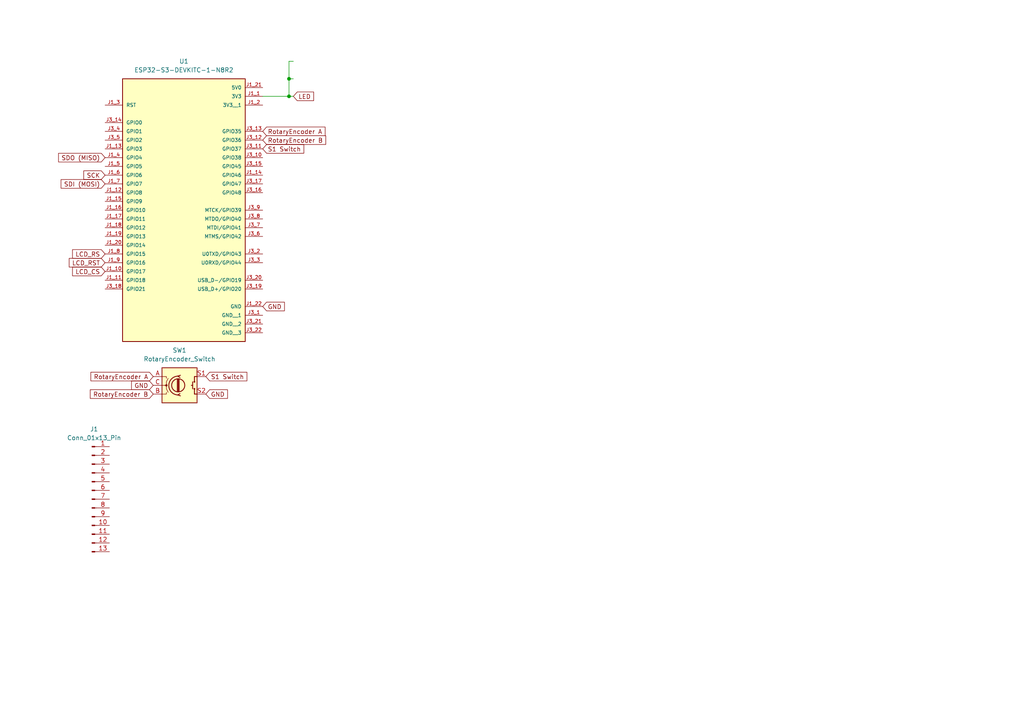
<source format=kicad_sch>
(kicad_sch (version 20231120) (generator "eeschema") (generator_version "8.0")
  (paper "A4")
  (lib_symbols
    (symbol "Connector:Conn_01x13_Pin" (pin_names (offset 1.016) hide)
      (property "Reference" "J" (at 0 17.78 0))
      (property "Value" "Conn_01x13_Pin" (at 0 -17.78 0))
      (symbol "Conn_01x13_Pin_1_1"
        (polyline (pts (xy 1.27 -15.24) (xy 0.8636 -15.24)) (stroke (width 0.1524)))
        (polyline (pts (xy 1.27 -12.7) (xy 0.8636 -12.7)) (stroke (width 0.1524)))
        (polyline (pts (xy 1.27 -10.16) (xy 0.8636 -10.16)) (stroke (width 0.1524)))
        (polyline (pts (xy 1.27 -7.62) (xy 0.8636 -7.62)) (stroke (width 0.1524)))
        (polyline (pts (xy 1.27 -5.08) (xy 0.8636 -5.08)) (stroke (width 0.1524)))
        (polyline (pts (xy 1.27 -2.54) (xy 0.8636 -2.54)) (stroke (width 0.1524)))
        (polyline (pts (xy 1.27 0) (xy 0.8636 0)) (stroke (width 0.1524)))
        (polyline (pts (xy 1.27 2.54) (xy 0.8636 2.54)) (stroke (width 0.1524)))
        (polyline (pts (xy 1.27 5.08) (xy 0.8636 5.08)) (stroke (width 0.1524)))
        (polyline (pts (xy 1.27 7.62) (xy 0.8636 7.62)) (stroke (width 0.1524)))
        (polyline (pts (xy 1.27 10.16) (xy 0.8636 10.16)) (stroke (width 0.1524)))
        (polyline (pts (xy 1.27 12.7) (xy 0.8636 12.7)) (stroke (width 0.1524)))
        (polyline (pts (xy 1.27 15.24) (xy 0.8636 15.24)) (stroke (width 0.1524)))
        (rectangle (start 0.8636 -15.113) (end 0 -15.367) (stroke (width 0.1524)) (fill (type outline)))
        (rectangle (start 0.8636 -12.573) (end 0 -12.827) (stroke (width 0.1524)) (fill (type outline)))
        (rectangle (start 0.8636 -10.033) (end 0 -10.287) (stroke (width 0.1524)) (fill (type outline)))
        (rectangle (start 0.8636 -7.493) (end 0 -7.747) (stroke (width 0.1524)) (fill (type outline)))
        (rectangle (start 0.8636 -4.953) (end 0 -5.207) (stroke (width 0.1524)) (fill (type outline)))
        (rectangle (start 0.8636 -2.413) (end 0 -2.667) (stroke (width 0.1524)) (fill (type outline)))
        (rectangle (start 0.8636 0.127) (end 0 -0.127) (stroke (width 0.1524)) (fill (type outline)))
        (rectangle (start 0.8636 2.667) (end 0 2.413) (stroke (width 0.1524)) (fill (type outline)))
        (rectangle (start 0.8636 5.207) (end 0 4.953) (stroke (width 0.1524)) (fill (type outline)))
        (rectangle (start 0.8636 7.747) (end 0 7.493) (stroke (width 0.1524)) (fill (type outline)))
        (rectangle (start 0.8636 10.287) (end 0 10.033) (stroke (width 0.1524)) (fill (type outline)))
        (rectangle (start 0.8636 12.827) (end 0 12.573) (stroke (width 0.1524)) (fill (type outline)))
        (rectangle (start 0.8636 15.367) (end 0 15.113) (stroke (width 0.1524)) (fill (type outline)))
        (pin passive line (at 5.08 15.24 180) (length 3.81) (name "Pin_1") (number "1"))
        (pin passive line (at 5.08 -7.62 180) (length 3.81) (name "Pin_10") (number "10"))
        (pin passive line (at 5.08 -10.16 180) (length 3.81) (name "Pin_11") (number "11"))
        (pin passive line (at 5.08 -12.7 180) (length 3.81) (name "Pin_12") (number "12"))
        (pin passive line (at 5.08 -15.24 180) (length 3.81) (name "Pin_13") (number "13"))
        (pin passive line (at 5.08 12.7 180) (length 3.81) (name "Pin_2") (number "2"))
        (pin passive line (at 5.08 10.16 180) (length 3.81) (name "Pin_3") (number "3"))
        (pin passive line (at 5.08 7.62 180) (length 3.81) (name "Pin_4") (number "4"))
        (pin passive line (at 5.08 5.08 180) (length 3.81) (name "Pin_5") (number "5"))
        (pin passive line (at 5.08 2.54 180) (length 3.81) (name "Pin_6") (number "6"))
        (pin passive line (at 5.08 0 180) (length 3.81) (name "Pin_7") (number "7"))
        (pin passive line (at 5.08 -2.54 180) (length 3.81) (name "Pin_8") (number "8"))
        (pin passive line (at 5.08 -5.08 180) (length 3.81) (name "Pin_9") (number "9"))
      )
    )
    (symbol "Device:RotaryEncoder_Switch" (pin_names (offset 0.254) hide)
      (property "Reference" "SW" (at 0 6.604 0))
      (property "Value" "RotaryEncoder_Switch" (at 0 -6.604 0))
      (symbol "RotaryEncoder_Switch_0_1"
        (rectangle (start -5.08 5.08) (end 5.08 -5.08) (stroke (width 0.254)) (fill (type background)))
        (circle (center -3.81 0) (radius 0.254) (fill (type outline)))
        (circle (center -0.381 0) (radius 1.905) (stroke (width 0.254)))
        (arc (start -0.381 2.667) (mid -3.0988 -0.0635) (end -0.381 -2.794) (stroke (width 0.254)))
        (polyline (pts (xy -0.635 -1.778) (xy -0.635 1.778)) (stroke (width 0.254)))
        (polyline (pts (xy -0.381 -1.778) (xy -0.381 1.778)) (stroke (width 0.254)))
        (polyline (pts (xy -0.127 1.778) (xy -0.127 -1.778)) (stroke (width 0.254)))
        (polyline (pts (xy 3.81 0) (xy 3.429 0)) (stroke (width 0.254)))
        (polyline (pts (xy 3.81 1.016) (xy 3.81 -1.016)) (stroke (width 0.254)))
        (polyline (pts (xy -5.08 -2.54) (xy -3.81 -2.54) (xy -3.81 -2.032)))
        (polyline (pts (xy -5.08 2.54) (xy -3.81 2.54) (xy -3.81 2.032)))
        (polyline (pts (xy 0.254 -3.048) (xy -0.508 -2.794) (xy 0.127 -2.413)) (stroke (width 0.254)))
        (polyline (pts (xy 0.254 2.921) (xy -0.508 2.667) (xy 0.127 2.286)) (stroke (width 0.254)))
        (polyline (pts (xy 5.08 -2.54) (xy 4.318 -2.54) (xy 4.318 -1.016)) (stroke (width 0.254)))
        (polyline (pts (xy 5.08 2.54) (xy 4.318 2.54) (xy 4.318 1.016)) (stroke (width 0.254)))
        (polyline (pts (xy -5.08 0) (xy -3.81 0) (xy -3.81 -1.016) (xy -3.302 -2.032)))
        (polyline (pts (xy -4.318 0) (xy -3.81 0) (xy -3.81 1.016) (xy -3.302 2.032)))
        (circle (center 4.318 -1.016) (radius 0.127) (stroke (width 0.254)))
        (circle (center 4.318 1.016) (radius 0.127) (stroke (width 0.254)))
      )
      (symbol "RotaryEncoder_Switch_1_1"
        (pin passive line (at -7.62 2.54 0) (length 2.54) (name "A") (number "A"))
        (pin passive line (at -7.62 -2.54 0) (length 2.54) (name "B") (number "B"))
        (pin passive line (at -7.62 0 0) (length 2.54) (name "C") (number "C"))
        (pin passive line (at 7.62 2.54 180) (length 2.54) (name "S1") (number "S1"))
        (pin passive line (at 7.62 -2.54 180) (length 2.54) (name "S2") (number "S2"))
      )
    )
    (symbol "ESP32-S3-DEVKITC-1-N8R2:ESP32-S3-DEVKITC-1-N8R2" (pin_names (offset 1.016))
      (property "Reference" "U" (at -17.78 35.56 0))
      (property "Value" "ESP32-S3-DEVKITC-1-N8R2" (at -17.78 -45.72 0))
      (symbol "ESP32-S3-DEVKITC-1-N8R2_0_0"
        (rectangle (start -17.78 -43.18) (end 17.78 33.02) (stroke (width 0.254)) (fill (type background)))
        (pin power_in line (at 22.86 27.94 180) (length 5.08) (name "3V3") (number "J1_1"))
        (pin bidirectional line (at -22.86 -22.86 0) (length 5.08) (name "GPIO17") (number "J1_10"))
        (pin bidirectional line (at -22.86 -25.4 0) (length 5.08) (name "GPIO18") (number "J1_11"))
        (pin bidirectional line (at -22.86 0 0) (length 5.08) (name "GPIO8") (number "J1_12"))
        (pin bidirectional line (at -22.86 12.7 0) (length 5.08) (name "GPIO3") (number "J1_13"))
        (pin bidirectional line (at 22.86 5.08 180) (length 5.08) (name "GPIO46") (number "J1_14"))
        (pin bidirectional line (at -22.86 -2.54 0) (length 5.08) (name "GPIO9") (number "J1_15"))
        (pin bidirectional line (at -22.86 -5.08 0) (length 5.08) (name "GPIO10") (number "J1_16"))
        (pin bidirectional line (at -22.86 -7.62 0) (length 5.08) (name "GPIO11") (number "J1_17"))
        (pin bidirectional line (at -22.86 -10.16 0) (length 5.08) (name "GPIO12") (number "J1_18"))
        (pin bidirectional line (at -22.86 -12.7 0) (length 5.08) (name "GPIO13") (number "J1_19"))
        (pin power_in line (at 22.86 25.4 180) (length 5.08) (name "3V3__1") (number "J1_2"))
        (pin bidirectional line (at -22.86 -15.24 0) (length 5.08) (name "GPIO14") (number "J1_20"))
        (pin power_in line (at 22.86 30.48 180) (length 5.08) (name "5V0") (number "J1_21"))
        (pin power_in line (at 22.86 -33.02 180) (length 5.08) (name "GND") (number "J1_22"))
        (pin input line (at -22.86 25.4 0) (length 5.08) (name "RST") (number "J1_3"))
        (pin bidirectional line (at -22.86 10.16 0) (length 5.08) (name "GPIO4") (number "J1_4"))
        (pin bidirectional line (at -22.86 7.62 0) (length 5.08) (name "GPIO5") (number "J1_5"))
        (pin bidirectional line (at -22.86 5.08 0) (length 5.08) (name "GPIO6") (number "J1_6"))
        (pin bidirectional line (at -22.86 2.54 0) (length 5.08) (name "GPIO7") (number "J1_7"))
        (pin bidirectional line (at -22.86 -17.78 0) (length 5.08) (name "GPIO15") (number "J1_8"))
        (pin bidirectional line (at -22.86 -20.32 0) (length 5.08) (name "GPIO16") (number "J1_9"))
        (pin power_in line (at 22.86 -35.56 180) (length 5.08) (name "GND__1") (number "J3_1"))
        (pin bidirectional line (at 22.86 10.16 180) (length 5.08) (name "GPIO38") (number "J3_10"))
        (pin bidirectional line (at 22.86 12.7 180) (length 5.08) (name "GPIO37") (number "J3_11"))
        (pin bidirectional line (at 22.86 15.24 180) (length 5.08) (name "GPIO36") (number "J3_12"))
        (pin bidirectional line (at 22.86 17.78 180) (length 5.08) (name "GPIO35") (number "J3_13"))
        (pin bidirectional line (at -22.86 20.32 0) (length 5.08) (name "GPIO0") (number "J3_14"))
        (pin bidirectional line (at 22.86 7.62 180) (length 5.08) (name "GPIO45") (number "J3_15"))
        (pin bidirectional line (at 22.86 0 180) (length 5.08) (name "GPIO48") (number "J3_16"))
        (pin bidirectional line (at 22.86 2.54 180) (length 5.08) (name "GPIO47") (number "J3_17"))
        (pin bidirectional line (at -22.86 -27.94 0) (length 5.08) (name "GPIO21") (number "J3_18"))
        (pin bidirectional line (at 22.86 -27.94 180) (length 5.08) (name "USB_D+/GPIO20") (number "J3_19"))
        (pin bidirectional line (at 22.86 -17.78 180) (length 5.08) (name "U0TXD/GPIO43") (number "J3_2"))
        (pin bidirectional line (at 22.86 -25.4 180) (length 5.08) (name "USB_D-/GPIO19") (number "J3_20"))
        (pin power_in line (at 22.86 -38.1 180) (length 5.08) (name "GND__2") (number "J3_21"))
        (pin power_in line (at 22.86 -40.64 180) (length 5.08) (name "GND__3") (number "J3_22"))
        (pin bidirectional line (at 22.86 -20.32 180) (length 5.08) (name "U0RXD/GPIO44") (number "J3_3"))
        (pin bidirectional line (at -22.86 17.78 0) (length 5.08) (name "GPIO1") (number "J3_4"))
        (pin bidirectional line (at -22.86 15.24 0) (length 5.08) (name "GPIO2") (number "J3_5"))
        (pin bidirectional line (at 22.86 -12.7 180) (length 5.08) (name "MTMS/GPIO42") (number "J3_6"))
        (pin bidirectional line (at 22.86 -10.16 180) (length 5.08) (name "MTDI/GPIO41") (number "J3_7"))
        (pin bidirectional line (at 22.86 -7.62 180) (length 5.08) (name "MTDO/GPIO40") (number "J3_8"))
        (pin bidirectional line (at 22.86 -5.08 180) (length 5.08) (name "MTCK/GPIO39") (number "J3_9"))
      )
    )
  )
  (junction (at 83.82 27.94))
  (junction (at 83.82 22.86))
  (wire (pts (xy 83.82 22.86) (xy 83.82 17.78)))
  (wire (pts (xy 83.82 17.78) (xy 85.09 17.78)))
  (wire (pts (xy 85.09 27.94) (xy 83.82 27.94)))
  (wire (pts (xy 85.09 22.86) (xy 83.82 22.86)))
  (wire (pts (xy 83.82 22.86) (xy 83.82 27.94)))
  (wire (pts (xy 83.82 27.94) (xy 76.2 27.94)))
  (global_label "SDI (MOSI)" (shape input) (at 30.48 53.34 180) (property "Intersheetrefs" "${INTERSHEET_REFS}" (effects (hide yes))))
  (global_label "LCD_RST" (shape input) (at 30.48 76.2 180) (property "Intersheetrefs" "${INTERSHEET_REFS}" (effects (hide yes))))
  (global_label "RotaryEncoder A" (shape input) (at 76.2 38.1 0) (property "Intersheetrefs" "${INTERSHEET_REFS}" (effects (hide yes))))
  (global_label "LCD_RS" (shape input) (at 30.48 73.66 180) (property "Intersheetrefs" "${INTERSHEET_REFS}" (effects (hide yes))))
  (global_label "GND" (shape input) (at 59.69 114.3 0) (property "Intersheetrefs" "${INTERSHEET_REFS}" (effects (hide yes))))
  (global_label "RotaryEncoder B" (shape input) (at 44.45 114.3 180) (property "Intersheetrefs" "${INTERSHEET_REFS}" (effects (hide yes))))
  (global_label "S1 Switch" (shape input) (at 76.2 43.18 0) (property "Intersheetrefs" "${INTERSHEET_REFS}" (effects (hide yes))))
  (global_label "SDO (MISO)" (shape input) (at 30.48 45.72 180) (property "Intersheetrefs" "${INTERSHEET_REFS}" (effects (hide yes))))
  (global_label "RotaryEncoder A" (shape input) (at 44.45 109.22 180) (property "Intersheetrefs" "${INTERSHEET_REFS}" (effects (hide yes))))
  (global_label "S1 Switch" (shape input) (at 59.69 109.22 0) (property "Intersheetrefs" "${INTERSHEET_REFS}" (effects (hide yes))))
  (global_label "GND" (shape input) (at 44.45 111.76 180) (property "Intersheetrefs" "${INTERSHEET_REFS}" (effects (hide yes))))
  (global_label "LCD_CS" (shape input) (at 30.48 78.74 180) (property "Intersheetrefs" "${INTERSHEET_REFS}" (effects (hide yes))))
  (global_label "SCK" (shape input) (at 30.48 50.8 180) (property "Intersheetrefs" "${INTERSHEET_REFS}" (effects (hide yes))))
  (global_label "LED" (shape input) (at 85.09 27.94 0) (property "Intersheetrefs" "${INTERSHEET_REFS}" (effects (hide yes))))
  (global_label "GND" (shape input) (at 76.2 88.9 0) (property "Intersheetrefs" "${INTERSHEET_REFS}" (effects (hide yes))))
  (global_label "RotaryEncoder B" (shape input) (at 76.2 40.64 0) (property "Intersheetrefs" "${INTERSHEET_REFS}" (effects (hide yes))))
  (symbol (lib_id "Device:RotaryEncoder_Switch") (at 52.07 111.76 0) (unit 1)
    (property "Reference" "SW1" (at 52.07 101.6 0))
    (property "Value" "RotaryEncoder_Switch" (at 52.07 104.14 0))
    (property "Footprint" "ToxyzRotaryEncoder-Switch:RotaryEncoder_Toxyz_Switch_Horizontal" (effects (hide yes)))
    (property "Description" "Rotary encoder, dual channel, incremental quadrate outputs, with switch" (effects (hide yes)))
  )
  (symbol (lib_id "Connector:Conn_01x13_Pin") (at 26.67 144.78 0) (unit 1)
    (property "Reference" "J1" (at 27.305 124.46 0))
    (property "Value" "Conn_01x13_Pin" (at 27.305 127 0))
    (property "Footprint" "TFTDisplayConector:TFT_Display_Conector" (effects (hide yes)))
    (property "Description" "Generic connector, single row, 01x13, script generated" (effects (hide yes)))
  )
  (symbol (lib_id "ESP32-S3-DEVKITC-1-N8R2:ESP32-S3-DEVKITC-1-N8R2") (at 53.34 55.88 0) (unit 1)
    (property "Reference" "U1" (at 53.34 17.78 0))
    (property "Value" "ESP32-S3-DEVKITC-1-N8R2" (at 53.34 20.32 0))
    (property "Footprint" "Esp32-S3-DevKit:XCVR_ESP32-S3-DEVKITC-1-N8R2" (effects (hide yes)))
    (property "MF" "Espressif Systems" (effects (hide yes)))
    (property "Description_1" "\nWiFi Development Tools - 802.11 (Engineering Samples Only) ESP32-S3 General-Purpose Development Board, ESP32-S3-WROOM-1-N8R2, with Pin Header\n" (effects (hide yes)))
    (property "Package" "None" (effects (hide yes)))
    (property "Price" "None" (effects (hide yes)))
    (property "Check_prices" "https://www.snapeda.com/parts/ESP32-S3-DEVKITC-1-N8R2/Espressif+Systems/view-part/?ref=eda" (effects (hide yes)))
    (property "STANDARD" "Manufacturer Recommendations" (effects (hide yes)))
    (property "PARTREV" "V1" (effects (hide yes)))
    (property "SnapEDA_Link" "https://www.snapeda.com/parts/ESP32-S3-DEVKITC-1-N8R2/Espressif+Systems/view-part/?ref=snap" (effects (hide yes)))
    (property "MP" "ESP32-S3-DEVKITC-1-N8R2" (effects (hide yes)))
    (property "Purchase-URL" "https://www.snapeda.com/api/url_track_click_mouser/?unipart_id=8918256&manufacturer=Espressif Systems&part_name=ESP32-S3-DEVKITC-1-N8R2&search_term=esp32 s3" (effects (hide yes)))
    (property "Availability" "In Stock" (effects (hide yes)))
    (property "MANUFACTURER" "Espressif" (effects (hide yes)))
  )
)
</source>
